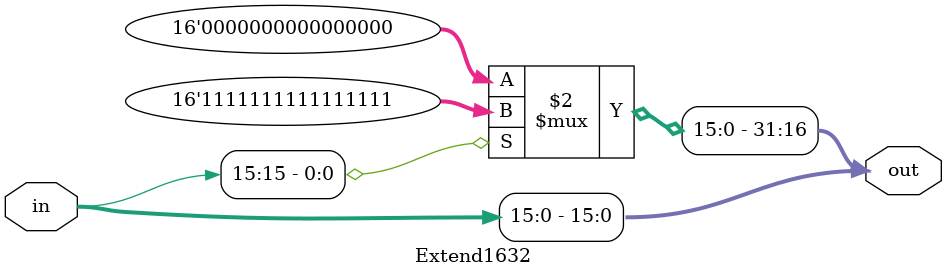
<source format=v>
module Extend1632(
		input [15:0] in,
		output wire[31:0] out
	);
	assign out = {(in[15] == 0) ? (16'd0) : (16'b1111111111111111), in};
endmodule

</source>
